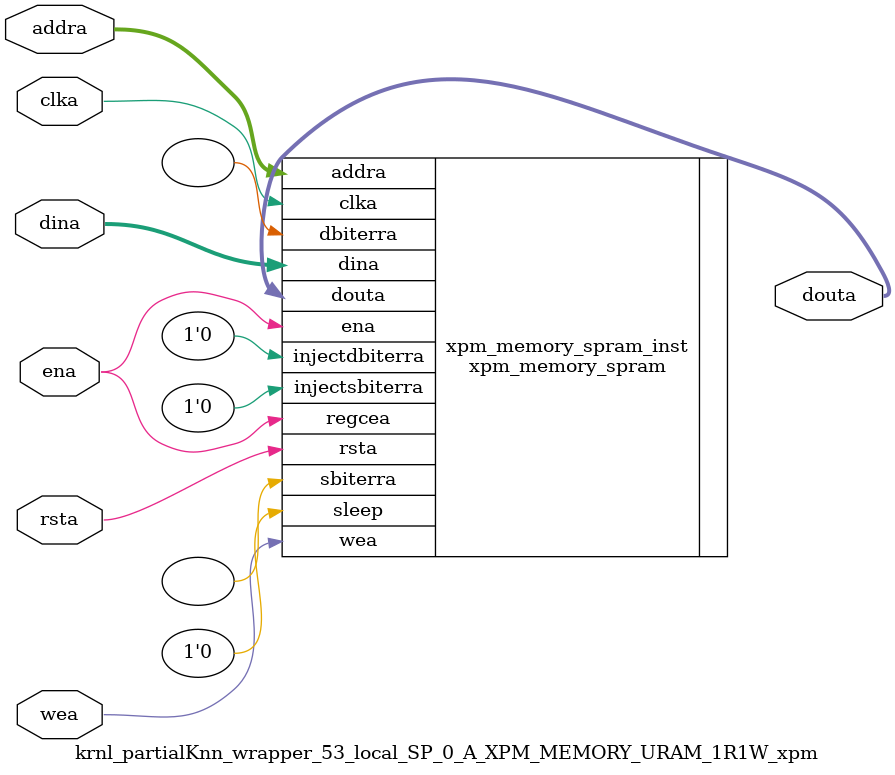
<source format=v>
`timescale 1 ns / 1 ps
module krnl_partialKnn_wrapper_53_local_SP_0_A_XPM_MEMORY_URAM_1R1W_xpm # (
  // Common module parameters
  parameter integer                 MEMORY_SIZE        = 524288,
  parameter                         MEMORY_PRIMITIVE   = "ultra",
  parameter                         ECC_MODE           = "no_ecc",
  parameter                         MEMORY_INIT_FILE   = "none",
  parameter                         WAKEUP_TIME        = "disable_sleep",
  parameter integer                 MESSAGE_CONTROL    = 0,
  // Port A module parameters
  parameter integer                 WRITE_DATA_WIDTH_A = 256,
  parameter integer                 READ_DATA_WIDTH_A  = WRITE_DATA_WIDTH_A,
  parameter integer                 BYTE_WRITE_WIDTH_A = WRITE_DATA_WIDTH_A,
  parameter integer                 ADDR_WIDTH_A       = 11,
  parameter                         READ_RESET_VALUE_A = "0",
  parameter integer                 READ_LATENCY_A     = 1,
  parameter                         WRITE_MODE_A       = "read_first"
) (
  // Port A module ports
  input  wire                                               clka,
  input  wire                                               rsta,
  input  wire                                               ena,
  input  wire [(WRITE_DATA_WIDTH_A/BYTE_WRITE_WIDTH_A)-1:0] wea,
  input  wire [ADDR_WIDTH_A-1:0]                            addra,
  input  wire [WRITE_DATA_WIDTH_A-1:0]                      dina,
  output wire [READ_DATA_WIDTH_A-1:0]                       douta
);
// Set parameter values and connect ports to instantiate an XPM_MEMORY single port RAM configuration
xpm_memory_spram # (
  // Common module parameters
  .MEMORY_SIZE        (MEMORY_SIZE),   //positive integer
  .MEMORY_PRIMITIVE   (MEMORY_PRIMITIVE),      //string; "auto", "distributed", "block" or "ultra";
  .ECC_MODE           (ECC_MODE),      //do not change
  .MEMORY_INIT_FILE   (MEMORY_INIT_FILE), //string; "none" or "<filename>.mem" 
  .MEMORY_INIT_PARAM  (""), //string;
  .WAKEUP_TIME        (WAKEUP_TIME),      //string; "disable_sleep" or "use_sleep_pin"
  .MESSAGE_CONTROL    (MESSAGE_CONTROL),      //do not change
  // Port A module parameters
  .WRITE_DATA_WIDTH_A (WRITE_DATA_WIDTH_A),     //positive integer
  .READ_DATA_WIDTH_A  (READ_DATA_WIDTH_A),     //positive integer
  .BYTE_WRITE_WIDTH_A (BYTE_WRITE_WIDTH_A),     //integer; 8, 9, or WRITE_DATA_WIDTH_A value
  .ADDR_WIDTH_A       (ADDR_WIDTH_A),      //positive integer
  .READ_RESET_VALUE_A (READ_RESET_VALUE_A),  //string
  .READ_LATENCY_A     (READ_LATENCY_A),      //non-negative integer
  .WRITE_MODE_A       (WRITE_MODE_A)       //string; "write_first", "read_first", "no_change"
) xpm_memory_spram_inst (
  // Common module ports
  .sleep          (1'b0),  //do not change
  // Port A module ports
  .clka           (clka),
  .rsta           (rsta),
  .ena            (ena),
  .regcea         (ena),
  .wea            (wea),
  .addra          (addra),
  .dina           (dina),
  .injectsbiterra (1'b0),  //do not change
  .injectdbiterra (1'b0),  //do not change
  .douta          (douta),
  .sbiterra       (),      //do not change
  .dbiterra       ()       //do not change
);
endmodule
</source>
